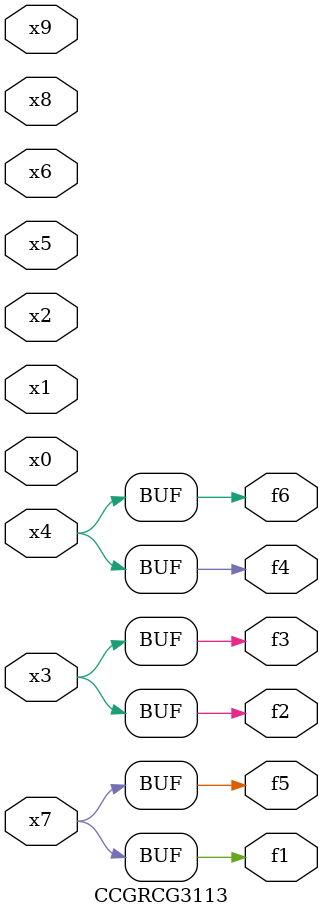
<source format=v>
module CCGRCG3113(
	input x0, x1, x2, x3, x4, x5, x6, x7, x8, x9,
	output f1, f2, f3, f4, f5, f6
);
	assign f1 = x7;
	assign f2 = x3;
	assign f3 = x3;
	assign f4 = x4;
	assign f5 = x7;
	assign f6 = x4;
endmodule

</source>
